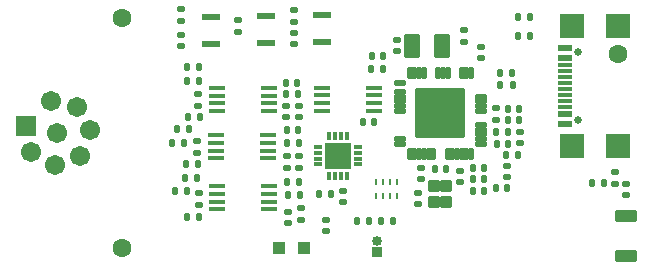
<source format=gts>
%TF.GenerationSoftware,KiCad,Pcbnew,9.0.4*%
%TF.CreationDate,2026-02-10T01:37:08-05:00*%
%TF.ProjectId,WSG_2.0,5753475f-322e-4302-9e6b-696361645f70,rev?*%
%TF.SameCoordinates,Original*%
%TF.FileFunction,Soldermask,Top*%
%TF.FilePolarity,Negative*%
%FSLAX46Y46*%
G04 Gerber Fmt 4.6, Leading zero omitted, Abs format (unit mm)*
G04 Created by KiCad (PCBNEW 9.0.4) date 2026-02-10 01:37:08*
%MOMM*%
%LPD*%
G01*
G04 APERTURE LIST*
G04 Aperture macros list*
%AMRoundRect*
0 Rectangle with rounded corners*
0 $1 Rounding radius*
0 $2 $3 $4 $5 $6 $7 $8 $9 X,Y pos of 4 corners*
0 Add a 4 corners polygon primitive as box body*
4,1,4,$2,$3,$4,$5,$6,$7,$8,$9,$2,$3,0*
0 Add four circle primitives for the rounded corners*
1,1,$1+$1,$2,$3*
1,1,$1+$1,$4,$5*
1,1,$1+$1,$6,$7*
1,1,$1+$1,$8,$9*
0 Add four rect primitives between the rounded corners*
20,1,$1+$1,$2,$3,$4,$5,0*
20,1,$1+$1,$4,$5,$6,$7,0*
20,1,$1+$1,$6,$7,$8,$9,0*
20,1,$1+$1,$8,$9,$2,$3,0*%
G04 Aperture macros list end*
%ADD10C,1.596000*%
%ADD11RoundRect,0.140000X0.170000X-0.140000X0.170000X0.140000X-0.170000X0.140000X-0.170000X-0.140000X0*%
%ADD12RoundRect,0.140000X0.140000X0.170000X-0.140000X0.170000X-0.140000X-0.170000X0.140000X-0.170000X0*%
%ADD13RoundRect,0.135000X0.135000X0.185000X-0.135000X0.185000X-0.135000X-0.185000X0.135000X-0.185000X0*%
%ADD14C,0.660400*%
%ADD15R,2.006600X2.159000*%
%ADD16R,1.143000X0.609600*%
%ADD17R,1.143000X0.304800*%
%ADD18RoundRect,0.135000X0.185000X-0.135000X0.185000X0.135000X-0.185000X0.135000X-0.185000X-0.135000X0*%
%ADD19RoundRect,0.140000X-0.140000X-0.170000X0.140000X-0.170000X0.140000X0.170000X-0.140000X0.170000X0*%
%ADD20RoundRect,0.147500X0.172500X-0.147500X0.172500X0.147500X-0.172500X0.147500X-0.172500X-0.147500X0*%
%ADD21RoundRect,0.102000X-0.800000X0.400000X-0.800000X-0.400000X0.800000X-0.400000X0.800000X0.400000X0*%
%ADD22R,1.000000X1.000000*%
%ADD23RoundRect,0.102000X-0.550000X-0.950000X0.550000X-0.950000X0.550000X0.950000X-0.550000X0.950000X0*%
%ADD24RoundRect,0.135000X-0.135000X-0.185000X0.135000X-0.185000X0.135000X0.185000X-0.135000X0.185000X0*%
%ADD25RoundRect,0.140000X-0.170000X0.140000X-0.170000X-0.140000X0.170000X-0.140000X0.170000X0.140000X0*%
%ADD26R,1.650000X0.500000*%
%ADD27RoundRect,0.053000X0.454000X0.159000X-0.454000X0.159000X-0.454000X-0.159000X0.454000X-0.159000X0*%
%ADD28RoundRect,0.053000X0.159000X0.454000X-0.159000X0.454000X-0.159000X-0.454000X0.159000X-0.454000X0*%
%ADD29RoundRect,0.102000X2.000000X2.000000X-2.000000X2.000000X-2.000000X-2.000000X2.000000X-2.000000X0*%
%ADD30R,0.260000X0.530000*%
%ADD31RoundRect,0.135000X-0.185000X0.135000X-0.185000X-0.135000X0.185000X-0.135000X0.185000X0.135000X0*%
%ADD32RoundRect,0.102000X0.375000X-0.425000X0.375000X0.425000X-0.375000X0.425000X-0.375000X-0.425000X0*%
%ADD33R,1.450000X0.450000*%
%ADD34RoundRect,0.147500X0.147500X0.172500X-0.147500X0.172500X-0.147500X-0.172500X0.147500X-0.172500X0*%
%ADD35R,0.850000X0.850000*%
%ADD36C,0.850000*%
%ADD37RoundRect,0.147500X-0.172500X0.147500X-0.172500X-0.147500X0.172500X-0.147500X0.172500X0.147500X0*%
%ADD38R,1.400000X0.450000*%
%ADD39RoundRect,0.102000X-0.754000X-0.754000X0.754000X-0.754000X0.754000X0.754000X-0.754000X0.754000X0*%
%ADD40C,1.712000*%
%ADD41R,0.300000X0.800000*%
%ADD42R,0.800000X0.300000*%
%ADD43R,2.240000X2.240000*%
G04 APERTURE END LIST*
D10*
%TO.C,*%
X144000000Y-84000000D03*
%TD*%
%TO.C,*%
X102000000Y-81000000D03*
%TD*%
%TO.C,*%
X102000000Y-100500000D03*
%TD*%
D11*
%TO.C,C55*%
X135670000Y-91580000D03*
X135670000Y-90620000D03*
%TD*%
D12*
%TO.C,C6*%
X134580000Y-95350000D03*
X133620000Y-95350000D03*
%TD*%
D13*
%TO.C,R5*%
X108542800Y-97834999D03*
X107522800Y-97834999D03*
%TD*%
D14*
%TO.C,J1*%
X140575000Y-89640001D03*
X140575000Y-83859999D03*
D15*
X140075000Y-91860000D03*
X140075000Y-81640000D03*
X144005000Y-91860000D03*
X144005000Y-81640000D03*
D16*
X139500000Y-89950001D03*
X139500000Y-89150000D03*
D17*
X139500000Y-88000000D03*
X139500000Y-87000000D03*
X139500000Y-86500000D03*
X139500000Y-85500000D03*
D16*
X139500000Y-84350000D03*
X139500000Y-83550001D03*
D17*
X139500000Y-85000001D03*
X139500000Y-85999999D03*
X139500000Y-87500001D03*
X139500000Y-88499999D03*
%TD*%
D18*
%TO.C,R100*%
X133690000Y-89620000D03*
X133690000Y-88600000D03*
%TD*%
D19*
%TO.C,C57*%
X131720000Y-95600000D03*
X132680000Y-95600000D03*
%TD*%
D20*
%TO.C,L4*%
X144690000Y-95990000D03*
X144690000Y-95020000D03*
%TD*%
D21*
%TO.C,AE1*%
X144660000Y-97710000D03*
X144660000Y-101110000D03*
%TD*%
D12*
%TO.C,C17*%
X116902800Y-90499999D03*
X115942800Y-90499999D03*
%TD*%
D19*
%TO.C,C24*%
X118717800Y-95919999D03*
X119677800Y-95919999D03*
%TD*%
D13*
%TO.C,R2*%
X135060000Y-86640000D03*
X134040000Y-86640000D03*
%TD*%
D12*
%TO.C,C48*%
X129460000Y-93800000D03*
X128500000Y-93800000D03*
%TD*%
D22*
%TO.C,GND*%
X117370000Y-100500000D03*
%TD*%
D23*
%TO.C,Y2*%
X126560000Y-83340000D03*
X129060000Y-83340000D03*
%TD*%
D24*
%TO.C,R21*%
X115962800Y-91569999D03*
X116982800Y-91569999D03*
%TD*%
D12*
%TO.C,C8*%
X124070000Y-85270000D03*
X123110000Y-85270000D03*
%TD*%
D25*
%TO.C,C49*%
X130960000Y-82030000D03*
X130960000Y-82990000D03*
%TD*%
%TO.C,C10*%
X127270000Y-93690000D03*
X127270000Y-94650000D03*
%TD*%
%TO.C,C7*%
X107030000Y-82410000D03*
X107030000Y-83370000D03*
%TD*%
D12*
%TO.C,C19*%
X116840000Y-86480000D03*
X115880000Y-86480000D03*
%TD*%
D26*
%TO.C,SW4*%
X114190000Y-80830000D03*
X114190000Y-83130000D03*
%TD*%
D19*
%TO.C,C53*%
X134650000Y-88660000D03*
X135610000Y-88660000D03*
%TD*%
%TO.C,C58*%
X131720000Y-94644999D03*
X132680000Y-94644999D03*
%TD*%
%TO.C,C5*%
X134540000Y-92570000D03*
X135500000Y-92570000D03*
%TD*%
D24*
%TO.C,R16*%
X107522800Y-85119999D03*
X108542800Y-85119999D03*
%TD*%
D27*
%TO.C,IC10*%
X132405000Y-91650000D03*
X132405000Y-91250000D03*
X132405000Y-90850000D03*
X132405000Y-90450000D03*
X132405000Y-90050000D03*
X132405000Y-88850000D03*
X132405000Y-88450000D03*
X132405000Y-88050000D03*
X132405000Y-87650000D03*
D28*
X131560000Y-85605000D03*
X131160000Y-85605000D03*
X130760000Y-85605000D03*
X129560000Y-85605000D03*
X129160000Y-85605000D03*
X128760000Y-85605000D03*
X127560000Y-85605000D03*
X127160000Y-85605000D03*
X126760000Y-85605000D03*
X126360000Y-85605000D03*
D27*
X125515000Y-86450000D03*
X125515000Y-87250000D03*
X125515000Y-87650000D03*
X125515000Y-88050000D03*
X125515000Y-88450000D03*
X125515000Y-88850000D03*
X125515000Y-91250000D03*
X125515000Y-91650000D03*
D28*
X126360000Y-92495000D03*
X126760000Y-92495000D03*
X127160000Y-92495000D03*
X127560000Y-92495000D03*
X127960000Y-92495000D03*
X128360000Y-92495000D03*
X129560000Y-92495000D03*
X129960000Y-92495000D03*
X130360000Y-92495000D03*
X130760000Y-92495000D03*
X131160000Y-92495000D03*
X131560000Y-92495000D03*
D29*
X128960000Y-89050000D03*
%TD*%
D11*
%TO.C,C50*%
X125280000Y-83820000D03*
X125280000Y-82860000D03*
%TD*%
D30*
%TO.C,PS3*%
X125262800Y-94899999D03*
X124662800Y-94899999D03*
X124062800Y-94899999D03*
X123462800Y-94899999D03*
X123462800Y-96099999D03*
X124062800Y-96099999D03*
X124662800Y-96099999D03*
X125262800Y-96099999D03*
%TD*%
D13*
%TO.C,R8*%
X136580000Y-82480000D03*
X135560000Y-82480000D03*
%TD*%
D11*
%TO.C,C12*%
X127060000Y-96750000D03*
X127060000Y-95790000D03*
%TD*%
D31*
%TO.C,R1*%
X108532800Y-95784999D03*
X108532800Y-96804999D03*
%TD*%
D25*
%TO.C,C20*%
X115892800Y-88439999D03*
X115892800Y-89399999D03*
%TD*%
D13*
%TO.C,R9*%
X136570000Y-80930000D03*
X135550000Y-80930000D03*
%TD*%
D32*
%TO.C,Y1*%
X129445000Y-96525000D03*
X129445000Y-95175000D03*
X128395000Y-95175000D03*
X128395000Y-96525000D03*
%TD*%
D31*
%TO.C,R19*%
X108472800Y-87379999D03*
X108472800Y-88399999D03*
%TD*%
D24*
%TO.C,R13*%
X106612800Y-90399999D03*
X107632800Y-90399999D03*
%TD*%
D33*
%TO.C,U4*%
X123357800Y-88824999D03*
X123357800Y-88174999D03*
X123357800Y-87524999D03*
X123357800Y-86874999D03*
X118907800Y-86874999D03*
X118907800Y-87524999D03*
X118907800Y-88174999D03*
X118907800Y-88824999D03*
%TD*%
D19*
%TO.C,C56*%
X133710000Y-91640000D03*
X134670000Y-91640000D03*
%TD*%
%TO.C,C31*%
X122372800Y-89829999D03*
X123332800Y-89829999D03*
%TD*%
D26*
%TO.C,SW3*%
X118900000Y-80700000D03*
X118900000Y-83000000D03*
%TD*%
D19*
%TO.C,C54*%
X134680000Y-89650000D03*
X135640000Y-89650000D03*
%TD*%
D34*
%TO.C,L5*%
X134665000Y-90610000D03*
X133695000Y-90610000D03*
%TD*%
D35*
%TO.C,J4*%
X123620000Y-100830000D03*
D36*
X123620000Y-99830000D03*
%TD*%
D13*
%TO.C,R28*%
X135040000Y-85660000D03*
X134020000Y-85660000D03*
%TD*%
D12*
%TO.C,C9*%
X124100000Y-84230000D03*
X123140000Y-84230000D03*
%TD*%
D20*
%TO.C,L2*%
X134560000Y-94460000D03*
X134560000Y-93490000D03*
%TD*%
D25*
%TO.C,C21*%
X117142800Y-97114999D03*
X117142800Y-98074999D03*
%TD*%
D37*
%TO.C,L3*%
X143750000Y-94055000D03*
X143750000Y-95025000D03*
%TD*%
D31*
%TO.C,R18*%
X108372800Y-91359999D03*
X108372800Y-92379999D03*
%TD*%
D25*
%TO.C,C22*%
X117022800Y-92699999D03*
X117022800Y-93659999D03*
%TD*%
D13*
%TO.C,R15*%
X108602800Y-89349999D03*
X107582800Y-89349999D03*
%TD*%
D38*
%TO.C,IC6*%
X110002800Y-86909999D03*
X110002800Y-87559999D03*
X110002800Y-88209999D03*
X110002800Y-88859999D03*
X114402800Y-88859999D03*
X114402800Y-88209999D03*
X114402800Y-87559999D03*
X114402800Y-86909999D03*
%TD*%
D11*
%TO.C,C25*%
X120672800Y-96559999D03*
X120672800Y-95599999D03*
%TD*%
D25*
%TO.C,C11*%
X119270000Y-98100000D03*
X119270000Y-99060000D03*
%TD*%
%TO.C,C47*%
X130600000Y-93920000D03*
X130600000Y-94880000D03*
%TD*%
D24*
%TO.C,R22*%
X115852800Y-87419999D03*
X116872800Y-87419999D03*
%TD*%
D38*
%TO.C,IC2*%
X110062800Y-95244999D03*
X110062800Y-95894999D03*
X110062800Y-96544999D03*
X110062800Y-97194999D03*
X114462800Y-97194999D03*
X114462800Y-96544999D03*
X114462800Y-95894999D03*
X114462800Y-95244999D03*
%TD*%
D13*
%TO.C,R17*%
X108512800Y-86319999D03*
X107492800Y-86319999D03*
%TD*%
%TO.C,R10*%
X107472800Y-95674999D03*
X106452800Y-95674999D03*
%TD*%
%TO.C,R14*%
X107282800Y-91559999D03*
X106262800Y-91559999D03*
%TD*%
D38*
%TO.C,IC4*%
X109952800Y-90909999D03*
X109952800Y-91559999D03*
X109952800Y-92209999D03*
X109952800Y-92859999D03*
X114352800Y-92859999D03*
X114352800Y-92209999D03*
X114352800Y-91559999D03*
X114352800Y-90909999D03*
%TD*%
D25*
%TO.C,C23*%
X116942800Y-88439999D03*
X116942800Y-89399999D03*
%TD*%
D24*
%TO.C,R11*%
X107332800Y-94554999D03*
X108352800Y-94554999D03*
%TD*%
D39*
%TO.C,J3*%
X93838357Y-90128357D03*
D40*
X95956494Y-88010220D03*
X98183227Y-88503880D03*
X99271537Y-90508282D03*
X98472787Y-92644650D03*
X96336419Y-93443400D03*
X94332007Y-92355100D03*
X96528247Y-90700110D03*
%TD*%
D24*
%TO.C,R23*%
X123922800Y-98159999D03*
X124942800Y-98159999D03*
%TD*%
D18*
%TO.C,R26*%
X116580000Y-81340000D03*
X116580000Y-80320000D03*
%TD*%
D25*
%TO.C,C18*%
X115932800Y-92699999D03*
X115932800Y-93659999D03*
%TD*%
D26*
%TO.C,SW1*%
X109490000Y-80890000D03*
X109490000Y-83190000D03*
%TD*%
D12*
%TO.C,C1*%
X142770000Y-94990000D03*
X141810000Y-94990000D03*
%TD*%
D41*
%TO.C,U7*%
X121042800Y-90939999D03*
X120542800Y-90939999D03*
X120042800Y-90939999D03*
X119542800Y-90939999D03*
D42*
X118592800Y-91889999D03*
X118592800Y-92389999D03*
X118592800Y-92889999D03*
X118592800Y-93389999D03*
D41*
X119542800Y-94339999D03*
X120042800Y-94339999D03*
X120542800Y-94339999D03*
X121042800Y-94339999D03*
D42*
X121992800Y-93389999D03*
X121992800Y-92889999D03*
X121992800Y-92389999D03*
X121992800Y-91889999D03*
D43*
X120292800Y-92639999D03*
%TD*%
D24*
%TO.C,R20*%
X116042800Y-96004999D03*
X117062800Y-96004999D03*
%TD*%
D19*
%TO.C,C59*%
X131720000Y-93654999D03*
X132680000Y-93654999D03*
%TD*%
D25*
%TO.C,C16*%
X116042800Y-97404999D03*
X116042800Y-98364999D03*
%TD*%
D12*
%TO.C,C15*%
X116942800Y-94874999D03*
X115982800Y-94874999D03*
%TD*%
D25*
%TO.C,C3*%
X116590000Y-82230000D03*
X116590000Y-83190000D03*
%TD*%
D24*
%TO.C,R24*%
X121852800Y-98139999D03*
X122872800Y-98139999D03*
%TD*%
D13*
%TO.C,R12*%
X108452800Y-93359999D03*
X107432800Y-93359999D03*
%TD*%
D22*
%TO.C,TP5*%
X115260000Y-100459600D03*
%TD*%
D11*
%TO.C,C60*%
X132362800Y-84404999D03*
X132362800Y-83444999D03*
%TD*%
D18*
%TO.C,R27*%
X106990000Y-81250000D03*
X106990000Y-80230000D03*
%TD*%
D25*
%TO.C,C4*%
X111860000Y-81190000D03*
X111860000Y-82150000D03*
%TD*%
M02*

</source>
